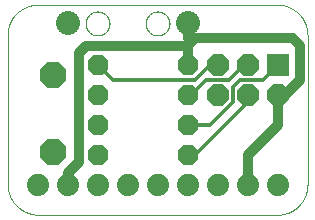
<source format=gbl>
G75*
%MOIN*%
%OFA0B0*%
%FSLAX25Y25*%
%IPPOS*%
%LPD*%
%AMOC8*
5,1,8,0,0,1.08239X$1,22.5*
%
%ADD10C,0.00000*%
%ADD11OC8,0.06800*%
%ADD12R,0.07400X0.07400*%
%ADD13OC8,0.07400*%
%ADD14OC8,0.08600*%
%ADD15C,0.07400*%
%ADD16C,0.08000*%
%ADD17C,0.03200*%
%ADD18C,0.01200*%
D10*
X0011308Y0002667D02*
X0090922Y0002667D01*
X0090922Y0002666D02*
X0091166Y0002669D01*
X0091409Y0002678D01*
X0091652Y0002692D01*
X0091895Y0002713D01*
X0092137Y0002739D01*
X0092378Y0002772D01*
X0092619Y0002810D01*
X0092858Y0002854D01*
X0093097Y0002903D01*
X0093334Y0002959D01*
X0093570Y0003020D01*
X0093804Y0003087D01*
X0094036Y0003159D01*
X0094267Y0003237D01*
X0094496Y0003321D01*
X0094722Y0003410D01*
X0094947Y0003505D01*
X0095169Y0003605D01*
X0095388Y0003710D01*
X0095605Y0003820D01*
X0095820Y0003936D01*
X0096031Y0004057D01*
X0096240Y0004183D01*
X0096445Y0004314D01*
X0096647Y0004450D01*
X0096846Y0004591D01*
X0097041Y0004736D01*
X0097233Y0004886D01*
X0097421Y0005041D01*
X0097605Y0005201D01*
X0097785Y0005364D01*
X0097962Y0005532D01*
X0098134Y0005704D01*
X0098302Y0005881D01*
X0098465Y0006061D01*
X0098625Y0006245D01*
X0098780Y0006433D01*
X0098930Y0006625D01*
X0099075Y0006820D01*
X0099216Y0007019D01*
X0099352Y0007221D01*
X0099483Y0007426D01*
X0099609Y0007635D01*
X0099730Y0007846D01*
X0099846Y0008061D01*
X0099956Y0008278D01*
X0100061Y0008497D01*
X0100161Y0008719D01*
X0100256Y0008944D01*
X0100345Y0009170D01*
X0100429Y0009399D01*
X0100507Y0009630D01*
X0100579Y0009862D01*
X0100646Y0010096D01*
X0100707Y0010332D01*
X0100763Y0010569D01*
X0100812Y0010808D01*
X0100856Y0011047D01*
X0100894Y0011288D01*
X0100927Y0011529D01*
X0100953Y0011771D01*
X0100974Y0012014D01*
X0100988Y0012257D01*
X0100997Y0012500D01*
X0101000Y0012744D01*
X0101000Y0062589D01*
X0100997Y0062833D01*
X0100988Y0063076D01*
X0100974Y0063319D01*
X0100953Y0063562D01*
X0100927Y0063804D01*
X0100894Y0064045D01*
X0100856Y0064286D01*
X0100812Y0064525D01*
X0100763Y0064764D01*
X0100707Y0065001D01*
X0100646Y0065237D01*
X0100579Y0065471D01*
X0100507Y0065703D01*
X0100429Y0065934D01*
X0100345Y0066163D01*
X0100256Y0066389D01*
X0100161Y0066614D01*
X0100061Y0066836D01*
X0099956Y0067055D01*
X0099846Y0067272D01*
X0099730Y0067487D01*
X0099609Y0067698D01*
X0099483Y0067907D01*
X0099352Y0068112D01*
X0099216Y0068314D01*
X0099075Y0068513D01*
X0098930Y0068708D01*
X0098780Y0068900D01*
X0098625Y0069088D01*
X0098465Y0069272D01*
X0098302Y0069452D01*
X0098134Y0069629D01*
X0097962Y0069801D01*
X0097785Y0069969D01*
X0097605Y0070132D01*
X0097421Y0070292D01*
X0097233Y0070447D01*
X0097041Y0070597D01*
X0096846Y0070742D01*
X0096647Y0070883D01*
X0096445Y0071019D01*
X0096240Y0071150D01*
X0096031Y0071276D01*
X0095820Y0071397D01*
X0095605Y0071513D01*
X0095388Y0071623D01*
X0095169Y0071728D01*
X0094947Y0071828D01*
X0094722Y0071923D01*
X0094496Y0072012D01*
X0094267Y0072096D01*
X0094036Y0072174D01*
X0093804Y0072246D01*
X0093570Y0072313D01*
X0093334Y0072374D01*
X0093097Y0072430D01*
X0092858Y0072479D01*
X0092619Y0072523D01*
X0092378Y0072561D01*
X0092137Y0072594D01*
X0091895Y0072620D01*
X0091652Y0072641D01*
X0091409Y0072655D01*
X0091166Y0072664D01*
X0090922Y0072667D01*
X0011078Y0072667D01*
X0010834Y0072664D01*
X0010591Y0072655D01*
X0010348Y0072641D01*
X0010105Y0072620D01*
X0009863Y0072594D01*
X0009622Y0072561D01*
X0009381Y0072523D01*
X0009142Y0072479D01*
X0008903Y0072430D01*
X0008666Y0072374D01*
X0008430Y0072313D01*
X0008196Y0072246D01*
X0007964Y0072174D01*
X0007733Y0072096D01*
X0007504Y0072012D01*
X0007278Y0071923D01*
X0007053Y0071828D01*
X0006831Y0071728D01*
X0006612Y0071623D01*
X0006395Y0071513D01*
X0006180Y0071397D01*
X0005969Y0071276D01*
X0005760Y0071150D01*
X0005555Y0071019D01*
X0005353Y0070883D01*
X0005154Y0070742D01*
X0004959Y0070597D01*
X0004767Y0070447D01*
X0004579Y0070292D01*
X0004395Y0070132D01*
X0004215Y0069969D01*
X0004038Y0069801D01*
X0003866Y0069629D01*
X0003698Y0069452D01*
X0003535Y0069272D01*
X0003375Y0069088D01*
X0003220Y0068900D01*
X0003070Y0068708D01*
X0002925Y0068513D01*
X0002784Y0068314D01*
X0002648Y0068112D01*
X0002517Y0067907D01*
X0002391Y0067698D01*
X0002270Y0067487D01*
X0002154Y0067272D01*
X0002044Y0067055D01*
X0001939Y0066836D01*
X0001839Y0066614D01*
X0001744Y0066389D01*
X0001655Y0066163D01*
X0001571Y0065934D01*
X0001493Y0065703D01*
X0001421Y0065471D01*
X0001354Y0065237D01*
X0001293Y0065001D01*
X0001237Y0064764D01*
X0001188Y0064525D01*
X0001144Y0064286D01*
X0001106Y0064045D01*
X0001073Y0063804D01*
X0001047Y0063562D01*
X0001026Y0063319D01*
X0001012Y0063076D01*
X0001003Y0062833D01*
X0001000Y0062589D01*
X0001000Y0012974D01*
X0001003Y0012725D01*
X0001012Y0012476D01*
X0001027Y0012227D01*
X0001048Y0011979D01*
X0001075Y0011732D01*
X0001108Y0011485D01*
X0001147Y0011239D01*
X0001192Y0010994D01*
X0001243Y0010750D01*
X0001300Y0010507D01*
X0001362Y0010266D01*
X0001430Y0010026D01*
X0001505Y0009789D01*
X0001584Y0009553D01*
X0001670Y0009319D01*
X0001761Y0009087D01*
X0001858Y0008857D01*
X0001960Y0008630D01*
X0002068Y0008406D01*
X0002181Y0008184D01*
X0002299Y0007964D01*
X0002423Y0007748D01*
X0002552Y0007535D01*
X0002686Y0007325D01*
X0002825Y0007118D01*
X0002969Y0006915D01*
X0003117Y0006715D01*
X0003271Y0006519D01*
X0003429Y0006327D01*
X0003592Y0006139D01*
X0003760Y0005954D01*
X0003932Y0005774D01*
X0004108Y0005598D01*
X0004288Y0005426D01*
X0004473Y0005258D01*
X0004661Y0005095D01*
X0004853Y0004937D01*
X0005049Y0004783D01*
X0005249Y0004635D01*
X0005452Y0004491D01*
X0005659Y0004352D01*
X0005869Y0004218D01*
X0006082Y0004089D01*
X0006298Y0003965D01*
X0006518Y0003847D01*
X0006740Y0003734D01*
X0006964Y0003626D01*
X0007191Y0003524D01*
X0007421Y0003427D01*
X0007653Y0003336D01*
X0007887Y0003250D01*
X0008123Y0003171D01*
X0008360Y0003096D01*
X0008600Y0003028D01*
X0008841Y0002966D01*
X0009084Y0002909D01*
X0009328Y0002858D01*
X0009573Y0002813D01*
X0009819Y0002774D01*
X0010066Y0002741D01*
X0010313Y0002714D01*
X0010561Y0002693D01*
X0010810Y0002678D01*
X0011059Y0002669D01*
X0011308Y0002666D01*
X0027000Y0066417D02*
X0027002Y0066543D01*
X0027008Y0066669D01*
X0027018Y0066795D01*
X0027032Y0066921D01*
X0027050Y0067046D01*
X0027072Y0067170D01*
X0027097Y0067294D01*
X0027127Y0067417D01*
X0027160Y0067538D01*
X0027198Y0067659D01*
X0027239Y0067778D01*
X0027284Y0067897D01*
X0027332Y0068013D01*
X0027384Y0068128D01*
X0027440Y0068241D01*
X0027500Y0068353D01*
X0027563Y0068462D01*
X0027629Y0068570D01*
X0027698Y0068675D01*
X0027771Y0068778D01*
X0027848Y0068879D01*
X0027927Y0068977D01*
X0028009Y0069073D01*
X0028095Y0069166D01*
X0028183Y0069257D01*
X0028274Y0069344D01*
X0028368Y0069429D01*
X0028464Y0069510D01*
X0028563Y0069589D01*
X0028664Y0069664D01*
X0028768Y0069736D01*
X0028874Y0069805D01*
X0028982Y0069871D01*
X0029092Y0069933D01*
X0029204Y0069991D01*
X0029317Y0070046D01*
X0029433Y0070097D01*
X0029550Y0070145D01*
X0029668Y0070189D01*
X0029788Y0070229D01*
X0029909Y0070265D01*
X0030031Y0070298D01*
X0030154Y0070327D01*
X0030278Y0070351D01*
X0030402Y0070372D01*
X0030527Y0070389D01*
X0030653Y0070402D01*
X0030779Y0070411D01*
X0030905Y0070416D01*
X0031032Y0070417D01*
X0031158Y0070414D01*
X0031284Y0070407D01*
X0031410Y0070396D01*
X0031535Y0070381D01*
X0031660Y0070362D01*
X0031784Y0070339D01*
X0031908Y0070313D01*
X0032030Y0070282D01*
X0032152Y0070248D01*
X0032272Y0070209D01*
X0032391Y0070167D01*
X0032509Y0070122D01*
X0032625Y0070072D01*
X0032740Y0070019D01*
X0032852Y0069962D01*
X0032963Y0069902D01*
X0033072Y0069838D01*
X0033179Y0069771D01*
X0033284Y0069701D01*
X0033387Y0069627D01*
X0033487Y0069550D01*
X0033585Y0069470D01*
X0033680Y0069387D01*
X0033772Y0069301D01*
X0033862Y0069212D01*
X0033949Y0069120D01*
X0034032Y0069026D01*
X0034113Y0068929D01*
X0034191Y0068829D01*
X0034266Y0068727D01*
X0034337Y0068623D01*
X0034405Y0068516D01*
X0034469Y0068408D01*
X0034530Y0068297D01*
X0034588Y0068185D01*
X0034642Y0068071D01*
X0034692Y0067955D01*
X0034739Y0067838D01*
X0034782Y0067719D01*
X0034821Y0067599D01*
X0034857Y0067478D01*
X0034888Y0067355D01*
X0034916Y0067232D01*
X0034940Y0067108D01*
X0034960Y0066983D01*
X0034976Y0066858D01*
X0034988Y0066732D01*
X0034996Y0066606D01*
X0035000Y0066480D01*
X0035000Y0066354D01*
X0034996Y0066228D01*
X0034988Y0066102D01*
X0034976Y0065976D01*
X0034960Y0065851D01*
X0034940Y0065726D01*
X0034916Y0065602D01*
X0034888Y0065479D01*
X0034857Y0065356D01*
X0034821Y0065235D01*
X0034782Y0065115D01*
X0034739Y0064996D01*
X0034692Y0064879D01*
X0034642Y0064763D01*
X0034588Y0064649D01*
X0034530Y0064537D01*
X0034469Y0064426D01*
X0034405Y0064318D01*
X0034337Y0064211D01*
X0034266Y0064107D01*
X0034191Y0064005D01*
X0034113Y0063905D01*
X0034032Y0063808D01*
X0033949Y0063714D01*
X0033862Y0063622D01*
X0033772Y0063533D01*
X0033680Y0063447D01*
X0033585Y0063364D01*
X0033487Y0063284D01*
X0033387Y0063207D01*
X0033284Y0063133D01*
X0033179Y0063063D01*
X0033072Y0062996D01*
X0032963Y0062932D01*
X0032852Y0062872D01*
X0032740Y0062815D01*
X0032625Y0062762D01*
X0032509Y0062712D01*
X0032391Y0062667D01*
X0032272Y0062625D01*
X0032152Y0062586D01*
X0032030Y0062552D01*
X0031908Y0062521D01*
X0031784Y0062495D01*
X0031660Y0062472D01*
X0031535Y0062453D01*
X0031410Y0062438D01*
X0031284Y0062427D01*
X0031158Y0062420D01*
X0031032Y0062417D01*
X0030905Y0062418D01*
X0030779Y0062423D01*
X0030653Y0062432D01*
X0030527Y0062445D01*
X0030402Y0062462D01*
X0030278Y0062483D01*
X0030154Y0062507D01*
X0030031Y0062536D01*
X0029909Y0062569D01*
X0029788Y0062605D01*
X0029668Y0062645D01*
X0029550Y0062689D01*
X0029433Y0062737D01*
X0029317Y0062788D01*
X0029204Y0062843D01*
X0029092Y0062901D01*
X0028982Y0062963D01*
X0028874Y0063029D01*
X0028768Y0063098D01*
X0028664Y0063170D01*
X0028563Y0063245D01*
X0028464Y0063324D01*
X0028368Y0063405D01*
X0028274Y0063490D01*
X0028183Y0063577D01*
X0028095Y0063668D01*
X0028009Y0063761D01*
X0027927Y0063857D01*
X0027848Y0063955D01*
X0027771Y0064056D01*
X0027698Y0064159D01*
X0027629Y0064264D01*
X0027563Y0064372D01*
X0027500Y0064481D01*
X0027440Y0064593D01*
X0027384Y0064706D01*
X0027332Y0064821D01*
X0027284Y0064937D01*
X0027239Y0065056D01*
X0027198Y0065175D01*
X0027160Y0065296D01*
X0027127Y0065417D01*
X0027097Y0065540D01*
X0027072Y0065664D01*
X0027050Y0065788D01*
X0027032Y0065913D01*
X0027018Y0066039D01*
X0027008Y0066165D01*
X0027002Y0066291D01*
X0027000Y0066417D01*
X0047000Y0066417D02*
X0047002Y0066543D01*
X0047008Y0066669D01*
X0047018Y0066795D01*
X0047032Y0066921D01*
X0047050Y0067046D01*
X0047072Y0067170D01*
X0047097Y0067294D01*
X0047127Y0067417D01*
X0047160Y0067538D01*
X0047198Y0067659D01*
X0047239Y0067778D01*
X0047284Y0067897D01*
X0047332Y0068013D01*
X0047384Y0068128D01*
X0047440Y0068241D01*
X0047500Y0068353D01*
X0047563Y0068462D01*
X0047629Y0068570D01*
X0047698Y0068675D01*
X0047771Y0068778D01*
X0047848Y0068879D01*
X0047927Y0068977D01*
X0048009Y0069073D01*
X0048095Y0069166D01*
X0048183Y0069257D01*
X0048274Y0069344D01*
X0048368Y0069429D01*
X0048464Y0069510D01*
X0048563Y0069589D01*
X0048664Y0069664D01*
X0048768Y0069736D01*
X0048874Y0069805D01*
X0048982Y0069871D01*
X0049092Y0069933D01*
X0049204Y0069991D01*
X0049317Y0070046D01*
X0049433Y0070097D01*
X0049550Y0070145D01*
X0049668Y0070189D01*
X0049788Y0070229D01*
X0049909Y0070265D01*
X0050031Y0070298D01*
X0050154Y0070327D01*
X0050278Y0070351D01*
X0050402Y0070372D01*
X0050527Y0070389D01*
X0050653Y0070402D01*
X0050779Y0070411D01*
X0050905Y0070416D01*
X0051032Y0070417D01*
X0051158Y0070414D01*
X0051284Y0070407D01*
X0051410Y0070396D01*
X0051535Y0070381D01*
X0051660Y0070362D01*
X0051784Y0070339D01*
X0051908Y0070313D01*
X0052030Y0070282D01*
X0052152Y0070248D01*
X0052272Y0070209D01*
X0052391Y0070167D01*
X0052509Y0070122D01*
X0052625Y0070072D01*
X0052740Y0070019D01*
X0052852Y0069962D01*
X0052963Y0069902D01*
X0053072Y0069838D01*
X0053179Y0069771D01*
X0053284Y0069701D01*
X0053387Y0069627D01*
X0053487Y0069550D01*
X0053585Y0069470D01*
X0053680Y0069387D01*
X0053772Y0069301D01*
X0053862Y0069212D01*
X0053949Y0069120D01*
X0054032Y0069026D01*
X0054113Y0068929D01*
X0054191Y0068829D01*
X0054266Y0068727D01*
X0054337Y0068623D01*
X0054405Y0068516D01*
X0054469Y0068408D01*
X0054530Y0068297D01*
X0054588Y0068185D01*
X0054642Y0068071D01*
X0054692Y0067955D01*
X0054739Y0067838D01*
X0054782Y0067719D01*
X0054821Y0067599D01*
X0054857Y0067478D01*
X0054888Y0067355D01*
X0054916Y0067232D01*
X0054940Y0067108D01*
X0054960Y0066983D01*
X0054976Y0066858D01*
X0054988Y0066732D01*
X0054996Y0066606D01*
X0055000Y0066480D01*
X0055000Y0066354D01*
X0054996Y0066228D01*
X0054988Y0066102D01*
X0054976Y0065976D01*
X0054960Y0065851D01*
X0054940Y0065726D01*
X0054916Y0065602D01*
X0054888Y0065479D01*
X0054857Y0065356D01*
X0054821Y0065235D01*
X0054782Y0065115D01*
X0054739Y0064996D01*
X0054692Y0064879D01*
X0054642Y0064763D01*
X0054588Y0064649D01*
X0054530Y0064537D01*
X0054469Y0064426D01*
X0054405Y0064318D01*
X0054337Y0064211D01*
X0054266Y0064107D01*
X0054191Y0064005D01*
X0054113Y0063905D01*
X0054032Y0063808D01*
X0053949Y0063714D01*
X0053862Y0063622D01*
X0053772Y0063533D01*
X0053680Y0063447D01*
X0053585Y0063364D01*
X0053487Y0063284D01*
X0053387Y0063207D01*
X0053284Y0063133D01*
X0053179Y0063063D01*
X0053072Y0062996D01*
X0052963Y0062932D01*
X0052852Y0062872D01*
X0052740Y0062815D01*
X0052625Y0062762D01*
X0052509Y0062712D01*
X0052391Y0062667D01*
X0052272Y0062625D01*
X0052152Y0062586D01*
X0052030Y0062552D01*
X0051908Y0062521D01*
X0051784Y0062495D01*
X0051660Y0062472D01*
X0051535Y0062453D01*
X0051410Y0062438D01*
X0051284Y0062427D01*
X0051158Y0062420D01*
X0051032Y0062417D01*
X0050905Y0062418D01*
X0050779Y0062423D01*
X0050653Y0062432D01*
X0050527Y0062445D01*
X0050402Y0062462D01*
X0050278Y0062483D01*
X0050154Y0062507D01*
X0050031Y0062536D01*
X0049909Y0062569D01*
X0049788Y0062605D01*
X0049668Y0062645D01*
X0049550Y0062689D01*
X0049433Y0062737D01*
X0049317Y0062788D01*
X0049204Y0062843D01*
X0049092Y0062901D01*
X0048982Y0062963D01*
X0048874Y0063029D01*
X0048768Y0063098D01*
X0048664Y0063170D01*
X0048563Y0063245D01*
X0048464Y0063324D01*
X0048368Y0063405D01*
X0048274Y0063490D01*
X0048183Y0063577D01*
X0048095Y0063668D01*
X0048009Y0063761D01*
X0047927Y0063857D01*
X0047848Y0063955D01*
X0047771Y0064056D01*
X0047698Y0064159D01*
X0047629Y0064264D01*
X0047563Y0064372D01*
X0047500Y0064481D01*
X0047440Y0064593D01*
X0047384Y0064706D01*
X0047332Y0064821D01*
X0047284Y0064937D01*
X0047239Y0065056D01*
X0047198Y0065175D01*
X0047160Y0065296D01*
X0047127Y0065417D01*
X0047097Y0065540D01*
X0047072Y0065664D01*
X0047050Y0065788D01*
X0047032Y0065913D01*
X0047018Y0066039D01*
X0047008Y0066165D01*
X0047002Y0066291D01*
X0047000Y0066417D01*
D11*
X0061000Y0052667D03*
X0061000Y0042667D03*
X0061000Y0032667D03*
X0061000Y0022667D03*
X0031000Y0022667D03*
X0031000Y0032667D03*
X0031000Y0042667D03*
X0031000Y0052667D03*
D12*
X0091000Y0052667D03*
D13*
X0081000Y0052667D03*
X0071000Y0052667D03*
X0071000Y0042667D03*
X0081000Y0042667D03*
X0091000Y0042667D03*
D14*
X0016000Y0049217D03*
X0016000Y0023617D03*
D15*
X0011000Y0012667D03*
X0021000Y0012667D03*
X0031000Y0012667D03*
X0041000Y0012667D03*
X0051000Y0012667D03*
X0061000Y0012667D03*
X0071000Y0012667D03*
X0081000Y0012667D03*
X0091000Y0012667D03*
D16*
X0061000Y0066417D03*
X0021000Y0066417D03*
D17*
X0027250Y0058917D02*
X0061000Y0058917D01*
X0061000Y0052667D01*
X0061000Y0058917D02*
X0062250Y0060167D01*
X0061000Y0061417D01*
X0061000Y0066417D01*
X0063500Y0061417D02*
X0062250Y0060167D01*
X0063500Y0061417D02*
X0096000Y0061417D01*
X0098500Y0058917D01*
X0098500Y0047667D01*
X0093500Y0042667D01*
X0091000Y0042667D01*
X0091000Y0032667D01*
X0081000Y0022667D01*
X0081000Y0012667D01*
X0024750Y0020167D02*
X0024750Y0056417D01*
X0027250Y0058917D01*
X0024750Y0020167D02*
X0021000Y0016417D01*
X0021000Y0012667D01*
D18*
X0061000Y0022667D02*
X0063500Y0022667D01*
X0081000Y0040167D01*
X0081000Y0042667D01*
X0078500Y0047667D02*
X0076000Y0045167D01*
X0076000Y0040167D01*
X0068500Y0032667D01*
X0061000Y0032667D01*
X0061000Y0042667D02*
X0062250Y0042667D01*
X0067250Y0047667D01*
X0074750Y0047667D01*
X0079750Y0052667D01*
X0081000Y0052667D01*
X0078500Y0047667D02*
X0086000Y0047667D01*
X0091000Y0052667D01*
X0071000Y0052667D02*
X0068500Y0052667D01*
X0063500Y0047667D01*
X0036000Y0047667D01*
X0031000Y0052667D01*
M02*

</source>
